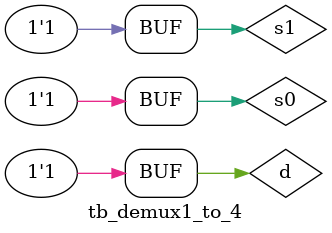
<source format=v>
module demux1_to_4(y0,y1,y2,y3,d,s0,s1);

    input d,s0,s1;
    output y0,y1,y2,y3;
     
    wire w1,w2;
  
  not not1(w1,s1),(w2,s0);
  and and1(y0,d,w2,w1),(y1,d,s0,w1),(y2,d,w2,s1),(y3,d,s0,s1);
  
endmodule

module tb_demux1_to_4;
  
  reg d,s0,s1;
  wire  y0,y1,y2,y3;

    
  demux1_to_4 demux(y0,y1,y2,y3,d,s0,s1);

    
    initial begin
             d = 0;s0 = 0;s1 = 0;
        #10;d = 1;s0 = 1;s1 = 0;
        #10;d = 1;s0 = 0;s1 = 1;
        #10;d = 1;s0 = 1;s1 = 1;
    end 
  initial
        
    $monitor($time,"\t, d=%b, s0=%b, s1=%b,",d,s0,s1);
endmodule
</source>
